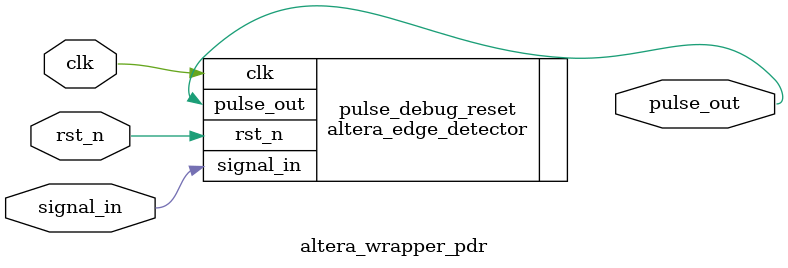
<source format=v>
module altera_wrapper_pdr (
  clk,
  rst_n,
  signal_in,
  pulse_out
);

  input  wire clk;
  input  wire rst_n;
  input  wire signal_in;
  output wire pulse_out;

  parameter PULSE_EXT = 32;
  parameter EDGE_TYPE = 1;
  parameter IGNORE_RST_WHILE_BUSY = 1;

  altera_edge_detector pulse_debug_reset (
    .clk       (clk),
    .rst_n     (rst_n),
    .signal_in (signal_in),
    .pulse_out (pulse_out)
  );

endmodule

</source>
